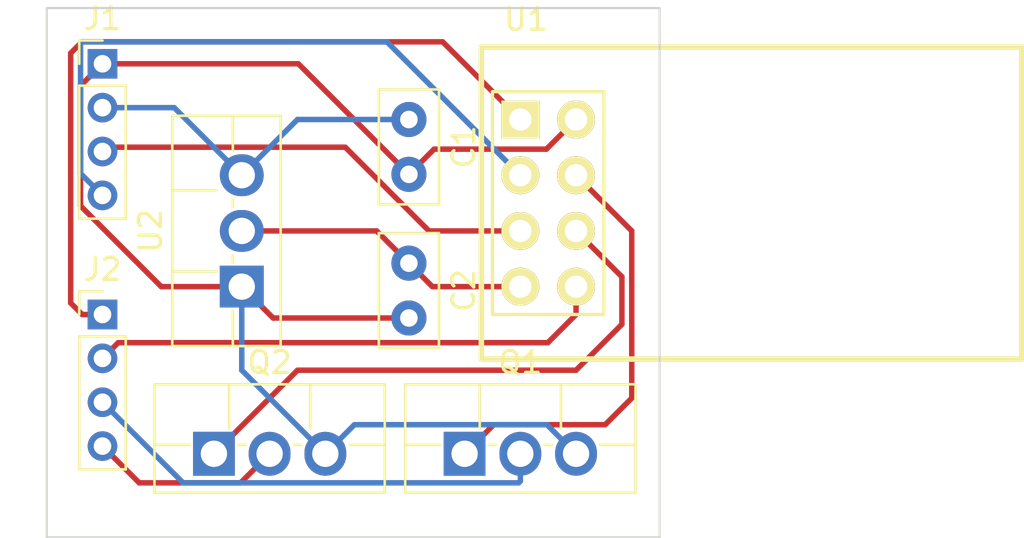
<source format=kicad_pcb>
(kicad_pcb (version 20171130) (host pcbnew 5.99.0+really5.1.10+dfsg1-1)

  (general
    (thickness 1.6)
    (drawings 4)
    (tracks 61)
    (zones 0)
    (modules 8)
    (nets 12)
  )

  (page A4)
  (layers
    (0 F.Cu signal)
    (31 B.Cu signal)
    (32 B.Adhes user)
    (33 F.Adhes user)
    (34 B.Paste user)
    (35 F.Paste user)
    (36 B.SilkS user)
    (37 F.SilkS user)
    (38 B.Mask user)
    (39 F.Mask user)
    (40 Dwgs.User user)
    (41 Cmts.User user)
    (42 Eco1.User user)
    (43 Eco2.User user)
    (44 Edge.Cuts user)
    (45 Margin user)
    (46 B.CrtYd user)
    (47 F.CrtYd user)
    (48 B.Fab user)
    (49 F.Fab user)
  )

  (setup
    (last_trace_width 0.25)
    (trace_clearance 0.2)
    (zone_clearance 0.508)
    (zone_45_only no)
    (trace_min 0.2)
    (via_size 0.8)
    (via_drill 0.4)
    (via_min_size 0.4)
    (via_min_drill 0.3)
    (uvia_size 0.3)
    (uvia_drill 0.1)
    (uvias_allowed no)
    (uvia_min_size 0.2)
    (uvia_min_drill 0.1)
    (edge_width 0.05)
    (segment_width 0.2)
    (pcb_text_width 0.3)
    (pcb_text_size 1.5 1.5)
    (mod_edge_width 0.12)
    (mod_text_size 1 1)
    (mod_text_width 0.15)
    (pad_size 1.524 1.524)
    (pad_drill 0.762)
    (pad_to_mask_clearance 0)
    (aux_axis_origin 0 0)
    (visible_elements FFFFFF7F)
    (pcbplotparams
      (layerselection 0x010fc_ffffffff)
      (usegerberextensions false)
      (usegerberattributes true)
      (usegerberadvancedattributes true)
      (creategerberjobfile true)
      (excludeedgelayer true)
      (linewidth 0.100000)
      (plotframeref false)
      (viasonmask false)
      (mode 1)
      (useauxorigin false)
      (hpglpennumber 1)
      (hpglpenspeed 20)
      (hpglpendiameter 15.000000)
      (psnegative false)
      (psa4output false)
      (plotreference true)
      (plotvalue true)
      (plotinvisibletext false)
      (padsonsilk false)
      (subtractmaskfromsilk false)
      (outputformat 1)
      (mirror false)
      (drillshape 1)
      (scaleselection 1)
      (outputdirectory ""))
  )

  (net 0 "")
  (net 1 /GND)
  (net 2 /VCC)
  (net 3 "Net-(C2-Pad1)")
  (net 4 "Net-(J1-Pad4)")
  (net 5 "Net-(J1-Pad3)")
  (net 6 "Net-(J2-Pad4)")
  (net 7 "Net-(J2-Pad3)")
  (net 8 "Net-(J2-Pad1)")
  (net 9 "Net-(J2-Pad2)")
  (net 10 "Net-(Q1-Pad1)")
  (net 11 "Net-(Q2-Pad1)")

  (net_class Default "This is the default net class."
    (clearance 0.2)
    (trace_width 0.25)
    (via_dia 0.8)
    (via_drill 0.4)
    (uvia_dia 0.3)
    (uvia_drill 0.1)
    (add_net /GND)
    (add_net /VCC)
    (add_net "Net-(C2-Pad1)")
    (add_net "Net-(J1-Pad3)")
    (add_net "Net-(J1-Pad4)")
    (add_net "Net-(J2-Pad1)")
    (add_net "Net-(J2-Pad2)")
    (add_net "Net-(J2-Pad3)")
    (add_net "Net-(J2-Pad4)")
    (add_net "Net-(Q1-Pad1)")
    (add_net "Net-(Q2-Pad1)")
  )

  (module Transistor:TO-220F-3_Vertical (layer F.Cu) (tedit 5AC8BA0D) (tstamp 61AD505F)
    (at 129.54 120.65 90)
    (descr "TO-220F-3, Vertical, RM 2.54mm, see http://www.st.com/resource/en/datasheet/stp20nm60.pdf")
    (tags "TO-220F-3 Vertical RM 2.54mm")
    (path /61AD5BAE)
    (fp_text reference U2 (at 2.54 -4.1675 90) (layer F.SilkS)
      (effects (font (size 1 1) (thickness 0.15)))
    )
    (fp_text value LD1117S33TR_SOT223 (at 2.54 2.9025 90) (layer F.Fab)
      (effects (font (size 1 1) (thickness 0.15)))
    )
    (fp_text user %R (at 2.54 -4.1675 90) (layer F.Fab)
      (effects (font (size 1 1) (thickness 0.15)))
    )
    (fp_line (start -2.59 -3.0475) (end -2.59 1.6525) (layer F.Fab) (width 0.1))
    (fp_line (start -2.59 1.6525) (end 7.67 1.6525) (layer F.Fab) (width 0.1))
    (fp_line (start 7.67 1.6525) (end 7.67 -3.0475) (layer F.Fab) (width 0.1))
    (fp_line (start 7.67 -3.0475) (end -2.59 -3.0475) (layer F.Fab) (width 0.1))
    (fp_line (start -2.59 -0.5275) (end 7.67 -0.5275) (layer F.Fab) (width 0.1))
    (fp_line (start 0.69 -3.0475) (end 0.69 -0.5275) (layer F.Fab) (width 0.1))
    (fp_line (start 4.39 -3.0475) (end 4.39 -0.5275) (layer F.Fab) (width 0.1))
    (fp_line (start -2.71 -3.168) (end 7.79 -3.168) (layer F.SilkS) (width 0.12))
    (fp_line (start -2.71 1.773) (end 7.79 1.773) (layer F.SilkS) (width 0.12))
    (fp_line (start -2.71 -3.168) (end -2.71 1.773) (layer F.SilkS) (width 0.12))
    (fp_line (start 7.79 -3.168) (end 7.79 1.773) (layer F.SilkS) (width 0.12))
    (fp_line (start -2.71 -0.408) (end -1.103 -0.408) (layer F.SilkS) (width 0.12))
    (fp_line (start 1.103 -0.408) (end 1.438 -0.408) (layer F.SilkS) (width 0.12))
    (fp_line (start 3.643 -0.408) (end 3.978 -0.408) (layer F.SilkS) (width 0.12))
    (fp_line (start 6.183 -0.408) (end 7.79 -0.408) (layer F.SilkS) (width 0.12))
    (fp_line (start 0.69 -3.168) (end 0.69 -1.15) (layer F.SilkS) (width 0.12))
    (fp_line (start 4.391 -3.168) (end 4.391 -1.15) (layer F.SilkS) (width 0.12))
    (fp_line (start -2.84 -3.3) (end -2.84 1.91) (layer F.CrtYd) (width 0.05))
    (fp_line (start -2.84 1.91) (end 7.92 1.91) (layer F.CrtYd) (width 0.05))
    (fp_line (start 7.92 1.91) (end 7.92 -3.3) (layer F.CrtYd) (width 0.05))
    (fp_line (start 7.92 -3.3) (end -2.84 -3.3) (layer F.CrtYd) (width 0.05))
    (pad 3 thru_hole oval (at 5.08 0 90) (size 1.905 2) (drill 1.2) (layers *.Cu *.Mask)
      (net 2 /VCC))
    (pad 2 thru_hole oval (at 2.54 0 90) (size 1.905 2) (drill 1.2) (layers *.Cu *.Mask)
      (net 3 "Net-(C2-Pad1)"))
    (pad 1 thru_hole rect (at 0 0 90) (size 1.905 2) (drill 1.2) (layers *.Cu *.Mask)
      (net 1 /GND))
    (model ${KISYS3DMOD}/Package_TO_SOT_THT.3dshapes/TO-220F-3_Vertical.wrl
      (at (xyz 0 0 0))
      (scale (xyz 1 1 1))
      (rotate (xyz 0 0 0))
    )
  )

  (module TasmotaGenericPCB:ESP-01 (layer F.Cu) (tedit 577EF889) (tstamp 61AD5042)
    (at 142.24 113.03)
    (descr "Module, ESP-8266, ESP-01, 8 pin")
    (tags "Module ESP-8266 ESP8266")
    (path /61AD687D)
    (fp_text reference U1 (at 0.254 -4.572) (layer F.SilkS)
      (effects (font (size 1 1) (thickness 0.15)))
    )
    (fp_text value ESP-01v090 (at 12.192 3.556) (layer F.Fab)
      (effects (font (size 1 1) (thickness 0.15)))
    )
    (fp_line (start -1.778 -3.302) (end 22.86 -3.302) (layer F.SilkS) (width 0.254))
    (fp_line (start 22.86 -3.302) (end 22.86 10.922) (layer F.SilkS) (width 0.254))
    (fp_line (start 22.86 10.922) (end -1.778 10.922) (layer F.SilkS) (width 0.254))
    (fp_line (start -1.778 10.922) (end -1.778 -3.302) (layer F.SilkS) (width 0.254))
    (fp_line (start -1.778 -3.302) (end 22.86 -3.302) (layer F.Fab) (width 0.05))
    (fp_line (start 22.86 -3.302) (end 22.86 10.922) (layer F.Fab) (width 0.05))
    (fp_line (start 22.86 10.922) (end -1.778 10.922) (layer F.Fab) (width 0.05))
    (fp_line (start -1.778 10.922) (end -1.778 -3.302) (layer F.Fab) (width 0.05))
    (fp_line (start 1.27 -1.27) (end -1.27 -1.27) (layer F.SilkS) (width 0.1524))
    (fp_line (start -1.27 -1.27) (end -1.27 1.27) (layer F.SilkS) (width 0.1524))
    (fp_line (start -1.75 -1.75) (end -1.75 9.4) (layer F.CrtYd) (width 0.05))
    (fp_line (start 4.3 -1.75) (end 4.3 9.4) (layer F.CrtYd) (width 0.05))
    (fp_line (start -1.75 -1.75) (end 4.3 -1.75) (layer F.CrtYd) (width 0.05))
    (fp_line (start -1.75 9.4) (end 4.3 9.4) (layer F.CrtYd) (width 0.05))
    (fp_line (start -1.27 1.27) (end -1.27 8.89) (layer F.SilkS) (width 0.1524))
    (fp_line (start -1.27 8.89) (end 3.81 8.89) (layer F.SilkS) (width 0.1524))
    (fp_line (start 3.81 8.89) (end 3.81 -1.27) (layer F.SilkS) (width 0.1524))
    (fp_line (start 3.81 -1.27) (end 1.27 -1.27) (layer F.SilkS) (width 0.1524))
    (pad 1 thru_hole rect (at 0 0) (size 1.7272 1.7272) (drill 1.016) (layers *.Cu *.Mask F.SilkS)
      (net 8 "Net-(J2-Pad1)"))
    (pad 2 thru_hole oval (at 2.54 0) (size 1.7272 1.7272) (drill 1.016) (layers *.Cu *.Mask F.SilkS)
      (net 1 /GND))
    (pad 3 thru_hole oval (at 0 2.54) (size 1.7272 1.7272) (drill 1.016) (layers *.Cu *.Mask F.SilkS)
      (net 4 "Net-(J1-Pad4)"))
    (pad 4 thru_hole oval (at 2.54 2.54) (size 1.7272 1.7272) (drill 1.016) (layers *.Cu *.Mask F.SilkS)
      (net 10 "Net-(Q1-Pad1)"))
    (pad 5 thru_hole oval (at 0 5.08) (size 1.7272 1.7272) (drill 1.016) (layers *.Cu *.Mask F.SilkS)
      (net 5 "Net-(J1-Pad3)"))
    (pad 6 thru_hole oval (at 2.54 5.08) (size 1.7272 1.7272) (drill 1.016) (layers *.Cu *.Mask F.SilkS)
      (net 11 "Net-(Q2-Pad1)"))
    (pad 7 thru_hole oval (at 0 7.62) (size 1.7272 1.7272) (drill 1.016) (layers *.Cu *.Mask F.SilkS)
      (net 3 "Net-(C2-Pad1)"))
    (pad 8 thru_hole oval (at 2.54 7.62) (size 1.7272 1.7272) (drill 1.016) (layers *.Cu *.Mask F.SilkS)
      (net 9 "Net-(J2-Pad2)"))
  )

  (module Transistor:TO-220F-3_Vertical (layer F.Cu) (tedit 5AC8BA0D) (tstamp 61AD5024)
    (at 128.27 128.27)
    (descr "TO-220F-3, Vertical, RM 2.54mm, see http://www.st.com/resource/en/datasheet/stp20nm60.pdf")
    (tags "TO-220F-3 Vertical RM 2.54mm")
    (path /61AE2107)
    (fp_text reference Q2 (at 2.54 -4.1675) (layer F.SilkS)
      (effects (font (size 1 1) (thickness 0.15)))
    )
    (fp_text value BUZ11 (at 2.54 2.9025) (layer F.Fab)
      (effects (font (size 1 1) (thickness 0.15)))
    )
    (fp_text user %R (at 2.54 -4.1675) (layer F.Fab)
      (effects (font (size 1 1) (thickness 0.15)))
    )
    (fp_line (start -2.59 -3.0475) (end -2.59 1.6525) (layer F.Fab) (width 0.1))
    (fp_line (start -2.59 1.6525) (end 7.67 1.6525) (layer F.Fab) (width 0.1))
    (fp_line (start 7.67 1.6525) (end 7.67 -3.0475) (layer F.Fab) (width 0.1))
    (fp_line (start 7.67 -3.0475) (end -2.59 -3.0475) (layer F.Fab) (width 0.1))
    (fp_line (start -2.59 -0.5275) (end 7.67 -0.5275) (layer F.Fab) (width 0.1))
    (fp_line (start 0.69 -3.0475) (end 0.69 -0.5275) (layer F.Fab) (width 0.1))
    (fp_line (start 4.39 -3.0475) (end 4.39 -0.5275) (layer F.Fab) (width 0.1))
    (fp_line (start -2.71 -3.168) (end 7.79 -3.168) (layer F.SilkS) (width 0.12))
    (fp_line (start -2.71 1.773) (end 7.79 1.773) (layer F.SilkS) (width 0.12))
    (fp_line (start -2.71 -3.168) (end -2.71 1.773) (layer F.SilkS) (width 0.12))
    (fp_line (start 7.79 -3.168) (end 7.79 1.773) (layer F.SilkS) (width 0.12))
    (fp_line (start -2.71 -0.408) (end -1.103 -0.408) (layer F.SilkS) (width 0.12))
    (fp_line (start 1.103 -0.408) (end 1.438 -0.408) (layer F.SilkS) (width 0.12))
    (fp_line (start 3.643 -0.408) (end 3.978 -0.408) (layer F.SilkS) (width 0.12))
    (fp_line (start 6.183 -0.408) (end 7.79 -0.408) (layer F.SilkS) (width 0.12))
    (fp_line (start 0.69 -3.168) (end 0.69 -1.15) (layer F.SilkS) (width 0.12))
    (fp_line (start 4.391 -3.168) (end 4.391 -1.15) (layer F.SilkS) (width 0.12))
    (fp_line (start -2.84 -3.3) (end -2.84 1.91) (layer F.CrtYd) (width 0.05))
    (fp_line (start -2.84 1.91) (end 7.92 1.91) (layer F.CrtYd) (width 0.05))
    (fp_line (start 7.92 1.91) (end 7.92 -3.3) (layer F.CrtYd) (width 0.05))
    (fp_line (start 7.92 -3.3) (end -2.84 -3.3) (layer F.CrtYd) (width 0.05))
    (pad 3 thru_hole oval (at 5.08 0) (size 1.905 2) (drill 1.2) (layers *.Cu *.Mask)
      (net 1 /GND))
    (pad 2 thru_hole oval (at 2.54 0) (size 1.905 2) (drill 1.2) (layers *.Cu *.Mask)
      (net 6 "Net-(J2-Pad4)"))
    (pad 1 thru_hole rect (at 0 0) (size 1.905 2) (drill 1.2) (layers *.Cu *.Mask)
      (net 11 "Net-(Q2-Pad1)"))
    (model ${KISYS3DMOD}/Package_TO_SOT_THT.3dshapes/TO-220F-3_Vertical.wrl
      (at (xyz 0 0 0))
      (scale (xyz 1 1 1))
      (rotate (xyz 0 0 0))
    )
  )

  (module Transistor:TO-220F-3_Vertical (layer F.Cu) (tedit 5AC8BA0D) (tstamp 61AD5007)
    (at 139.7 128.27)
    (descr "TO-220F-3, Vertical, RM 2.54mm, see http://www.st.com/resource/en/datasheet/stp20nm60.pdf")
    (tags "TO-220F-3 Vertical RM 2.54mm")
    (path /61AE0A6E)
    (fp_text reference Q1 (at 2.54 -4.1675) (layer F.SilkS)
      (effects (font (size 1 1) (thickness 0.15)))
    )
    (fp_text value BUZ11 (at 2.54 2.9025) (layer F.Fab)
      (effects (font (size 1 1) (thickness 0.15)))
    )
    (fp_text user %R (at 2.54 -4.1675) (layer F.Fab)
      (effects (font (size 1 1) (thickness 0.15)))
    )
    (fp_line (start -2.59 -3.0475) (end -2.59 1.6525) (layer F.Fab) (width 0.1))
    (fp_line (start -2.59 1.6525) (end 7.67 1.6525) (layer F.Fab) (width 0.1))
    (fp_line (start 7.67 1.6525) (end 7.67 -3.0475) (layer F.Fab) (width 0.1))
    (fp_line (start 7.67 -3.0475) (end -2.59 -3.0475) (layer F.Fab) (width 0.1))
    (fp_line (start -2.59 -0.5275) (end 7.67 -0.5275) (layer F.Fab) (width 0.1))
    (fp_line (start 0.69 -3.0475) (end 0.69 -0.5275) (layer F.Fab) (width 0.1))
    (fp_line (start 4.39 -3.0475) (end 4.39 -0.5275) (layer F.Fab) (width 0.1))
    (fp_line (start -2.71 -3.168) (end 7.79 -3.168) (layer F.SilkS) (width 0.12))
    (fp_line (start -2.71 1.773) (end 7.79 1.773) (layer F.SilkS) (width 0.12))
    (fp_line (start -2.71 -3.168) (end -2.71 1.773) (layer F.SilkS) (width 0.12))
    (fp_line (start 7.79 -3.168) (end 7.79 1.773) (layer F.SilkS) (width 0.12))
    (fp_line (start -2.71 -0.408) (end -1.103 -0.408) (layer F.SilkS) (width 0.12))
    (fp_line (start 1.103 -0.408) (end 1.438 -0.408) (layer F.SilkS) (width 0.12))
    (fp_line (start 3.643 -0.408) (end 3.978 -0.408) (layer F.SilkS) (width 0.12))
    (fp_line (start 6.183 -0.408) (end 7.79 -0.408) (layer F.SilkS) (width 0.12))
    (fp_line (start 0.69 -3.168) (end 0.69 -1.15) (layer F.SilkS) (width 0.12))
    (fp_line (start 4.391 -3.168) (end 4.391 -1.15) (layer F.SilkS) (width 0.12))
    (fp_line (start -2.84 -3.3) (end -2.84 1.91) (layer F.CrtYd) (width 0.05))
    (fp_line (start -2.84 1.91) (end 7.92 1.91) (layer F.CrtYd) (width 0.05))
    (fp_line (start 7.92 1.91) (end 7.92 -3.3) (layer F.CrtYd) (width 0.05))
    (fp_line (start 7.92 -3.3) (end -2.84 -3.3) (layer F.CrtYd) (width 0.05))
    (pad 3 thru_hole oval (at 5.08 0) (size 1.905 2) (drill 1.2) (layers *.Cu *.Mask)
      (net 1 /GND))
    (pad 2 thru_hole oval (at 2.54 0) (size 1.905 2) (drill 1.2) (layers *.Cu *.Mask)
      (net 7 "Net-(J2-Pad3)"))
    (pad 1 thru_hole rect (at 0 0) (size 1.905 2) (drill 1.2) (layers *.Cu *.Mask)
      (net 10 "Net-(Q1-Pad1)"))
    (model ${KISYS3DMOD}/Package_TO_SOT_THT.3dshapes/TO-220F-3_Vertical.wrl
      (at (xyz 0 0 0))
      (scale (xyz 1 1 1))
      (rotate (xyz 0 0 0))
    )
  )

  (module Connectors:PinHeader_1x04_P2.00mm_Vertical (layer F.Cu) (tedit 59FED667) (tstamp 61AD4FEA)
    (at 123.19 121.92)
    (descr "Through hole straight pin header, 1x04, 2.00mm pitch, single row")
    (tags "Through hole pin header THT 1x04 2.00mm single row")
    (path /61AEC2F0)
    (fp_text reference J2 (at 0 -2.06) (layer F.SilkS)
      (effects (font (size 1 1) (thickness 0.15)))
    )
    (fp_text value Conn_01x04 (at 0 8.06) (layer F.Fab)
      (effects (font (size 1 1) (thickness 0.15)))
    )
    (fp_text user %R (at 0 3 90) (layer F.Fab)
      (effects (font (size 1 1) (thickness 0.15)))
    )
    (fp_line (start -0.5 -1) (end 1 -1) (layer F.Fab) (width 0.1))
    (fp_line (start 1 -1) (end 1 7) (layer F.Fab) (width 0.1))
    (fp_line (start 1 7) (end -1 7) (layer F.Fab) (width 0.1))
    (fp_line (start -1 7) (end -1 -0.5) (layer F.Fab) (width 0.1))
    (fp_line (start -1 -0.5) (end -0.5 -1) (layer F.Fab) (width 0.1))
    (fp_line (start -1.06 7.06) (end 1.06 7.06) (layer F.SilkS) (width 0.12))
    (fp_line (start -1.06 1) (end -1.06 7.06) (layer F.SilkS) (width 0.12))
    (fp_line (start 1.06 1) (end 1.06 7.06) (layer F.SilkS) (width 0.12))
    (fp_line (start -1.06 1) (end 1.06 1) (layer F.SilkS) (width 0.12))
    (fp_line (start -1.06 0) (end -1.06 -1.06) (layer F.SilkS) (width 0.12))
    (fp_line (start -1.06 -1.06) (end 0 -1.06) (layer F.SilkS) (width 0.12))
    (fp_line (start -1.5 -1.5) (end -1.5 7.5) (layer F.CrtYd) (width 0.05))
    (fp_line (start -1.5 7.5) (end 1.5 7.5) (layer F.CrtYd) (width 0.05))
    (fp_line (start 1.5 7.5) (end 1.5 -1.5) (layer F.CrtYd) (width 0.05))
    (fp_line (start 1.5 -1.5) (end -1.5 -1.5) (layer F.CrtYd) (width 0.05))
    (pad 4 thru_hole oval (at 0 6) (size 1.35 1.35) (drill 0.8) (layers *.Cu *.Mask)
      (net 6 "Net-(J2-Pad4)"))
    (pad 3 thru_hole oval (at 0 4) (size 1.35 1.35) (drill 0.8) (layers *.Cu *.Mask)
      (net 7 "Net-(J2-Pad3)"))
    (pad 2 thru_hole oval (at 0 2) (size 1.35 1.35) (drill 0.8) (layers *.Cu *.Mask)
      (net 9 "Net-(J2-Pad2)"))
    (pad 1 thru_hole rect (at 0 0) (size 1.35 1.35) (drill 0.8) (layers *.Cu *.Mask)
      (net 8 "Net-(J2-Pad1)"))
    (model ${KISYS3DMOD}/Connector_PinHeader_2.00mm.3dshapes/PinHeader_1x04_P2.00mm_Vertical.wrl
      (at (xyz 0 0 0))
      (scale (xyz 1 1 1))
      (rotate (xyz 0 0 0))
    )
  )

  (module Connectors:PinHeader_1x04_P2.00mm_Vertical (layer F.Cu) (tedit 59FED667) (tstamp 61AD4FD2)
    (at 123.19 110.49)
    (descr "Through hole straight pin header, 1x04, 2.00mm pitch, single row")
    (tags "Through hole pin header THT 1x04 2.00mm single row")
    (path /61AEF3D9)
    (fp_text reference J1 (at 0 -2.06) (layer F.SilkS)
      (effects (font (size 1 1) (thickness 0.15)))
    )
    (fp_text value Conn_01x04 (at 0 8.06) (layer F.Fab)
      (effects (font (size 1 1) (thickness 0.15)))
    )
    (fp_text user %R (at 0 3 90) (layer F.Fab)
      (effects (font (size 1 1) (thickness 0.15)))
    )
    (fp_line (start -0.5 -1) (end 1 -1) (layer F.Fab) (width 0.1))
    (fp_line (start 1 -1) (end 1 7) (layer F.Fab) (width 0.1))
    (fp_line (start 1 7) (end -1 7) (layer F.Fab) (width 0.1))
    (fp_line (start -1 7) (end -1 -0.5) (layer F.Fab) (width 0.1))
    (fp_line (start -1 -0.5) (end -0.5 -1) (layer F.Fab) (width 0.1))
    (fp_line (start -1.06 7.06) (end 1.06 7.06) (layer F.SilkS) (width 0.12))
    (fp_line (start -1.06 1) (end -1.06 7.06) (layer F.SilkS) (width 0.12))
    (fp_line (start 1.06 1) (end 1.06 7.06) (layer F.SilkS) (width 0.12))
    (fp_line (start -1.06 1) (end 1.06 1) (layer F.SilkS) (width 0.12))
    (fp_line (start -1.06 0) (end -1.06 -1.06) (layer F.SilkS) (width 0.12))
    (fp_line (start -1.06 -1.06) (end 0 -1.06) (layer F.SilkS) (width 0.12))
    (fp_line (start -1.5 -1.5) (end -1.5 7.5) (layer F.CrtYd) (width 0.05))
    (fp_line (start -1.5 7.5) (end 1.5 7.5) (layer F.CrtYd) (width 0.05))
    (fp_line (start 1.5 7.5) (end 1.5 -1.5) (layer F.CrtYd) (width 0.05))
    (fp_line (start 1.5 -1.5) (end -1.5 -1.5) (layer F.CrtYd) (width 0.05))
    (pad 4 thru_hole oval (at 0 6) (size 1.35 1.35) (drill 0.8) (layers *.Cu *.Mask)
      (net 4 "Net-(J1-Pad4)"))
    (pad 3 thru_hole oval (at 0 4) (size 1.35 1.35) (drill 0.8) (layers *.Cu *.Mask)
      (net 5 "Net-(J1-Pad3)"))
    (pad 2 thru_hole oval (at 0 2) (size 1.35 1.35) (drill 0.8) (layers *.Cu *.Mask)
      (net 2 /VCC))
    (pad 1 thru_hole rect (at 0 0) (size 1.35 1.35) (drill 0.8) (layers *.Cu *.Mask)
      (net 1 /GND))
    (model ${KISYS3DMOD}/Connector_PinHeader_2.00mm.3dshapes/PinHeader_1x04_P2.00mm_Vertical.wrl
      (at (xyz 0 0 0))
      (scale (xyz 1 1 1))
      (rotate (xyz 0 0 0))
    )
  )

  (module Capacitors:C_Disc_D5.0mm_W2.5mm_P2.50mm (layer F.Cu) (tedit 5AE50EF0) (tstamp 61AD4FBA)
    (at 137.16 119.58 270)
    (descr "C, Disc series, Radial, pin pitch=2.50mm, , diameter*width=5*2.5mm^2, Capacitor, http://cdn-reichelt.de/documents/datenblatt/B300/DS_KERKO_TC.pdf")
    (tags "C Disc series Radial pin pitch 2.50mm  diameter 5mm width 2.5mm Capacitor")
    (path /61AD72D0)
    (fp_text reference C2 (at 1.25 -2.5 90) (layer F.SilkS)
      (effects (font (size 1 1) (thickness 0.15)))
    )
    (fp_text value 10uF (at 1.25 2.5 90) (layer F.Fab)
      (effects (font (size 1 1) (thickness 0.15)))
    )
    (fp_text user %R (at 1.25 0 90) (layer F.Fab)
      (effects (font (size 1 1) (thickness 0.15)))
    )
    (fp_line (start -1.25 -1.25) (end -1.25 1.25) (layer F.Fab) (width 0.1))
    (fp_line (start -1.25 1.25) (end 3.75 1.25) (layer F.Fab) (width 0.1))
    (fp_line (start 3.75 1.25) (end 3.75 -1.25) (layer F.Fab) (width 0.1))
    (fp_line (start 3.75 -1.25) (end -1.25 -1.25) (layer F.Fab) (width 0.1))
    (fp_line (start -1.37 -1.37) (end 3.87 -1.37) (layer F.SilkS) (width 0.12))
    (fp_line (start -1.37 1.37) (end 3.87 1.37) (layer F.SilkS) (width 0.12))
    (fp_line (start -1.37 -1.37) (end -1.37 1.37) (layer F.SilkS) (width 0.12))
    (fp_line (start 3.87 -1.37) (end 3.87 1.37) (layer F.SilkS) (width 0.12))
    (fp_line (start -1.5 -1.5) (end -1.5 1.5) (layer F.CrtYd) (width 0.05))
    (fp_line (start -1.5 1.5) (end 4 1.5) (layer F.CrtYd) (width 0.05))
    (fp_line (start 4 1.5) (end 4 -1.5) (layer F.CrtYd) (width 0.05))
    (fp_line (start 4 -1.5) (end -1.5 -1.5) (layer F.CrtYd) (width 0.05))
    (pad 2 thru_hole circle (at 2.5 0 270) (size 1.6 1.6) (drill 0.8) (layers *.Cu *.Mask)
      (net 1 /GND))
    (pad 1 thru_hole circle (at 0 0 270) (size 1.6 1.6) (drill 0.8) (layers *.Cu *.Mask)
      (net 3 "Net-(C2-Pad1)"))
    (model ${KISYS3DMOD}/Capacitor_THT.3dshapes/C_Disc_D5.0mm_W2.5mm_P2.50mm.wrl
      (at (xyz 0 0 0))
      (scale (xyz 1 1 1))
      (rotate (xyz 0 0 0))
    )
  )

  (module Capacitors:C_Disc_D5.0mm_W2.5mm_P2.50mm (layer F.Cu) (tedit 5AE50EF0) (tstamp 61AD4FA7)
    (at 137.16 113.03 270)
    (descr "C, Disc series, Radial, pin pitch=2.50mm, , diameter*width=5*2.5mm^2, Capacitor, http://cdn-reichelt.de/documents/datenblatt/B300/DS_KERKO_TC.pdf")
    (tags "C Disc series Radial pin pitch 2.50mm  diameter 5mm width 2.5mm Capacitor")
    (path /61AD7BA6)
    (fp_text reference C1 (at 1.25 -2.5 90) (layer F.SilkS)
      (effects (font (size 1 1) (thickness 0.15)))
    )
    (fp_text value 100nF (at 1.25 2.5 90) (layer F.Fab)
      (effects (font (size 1 1) (thickness 0.15)))
    )
    (fp_text user %R (at 1.25 0 90) (layer F.Fab)
      (effects (font (size 1 1) (thickness 0.15)))
    )
    (fp_line (start -1.25 -1.25) (end -1.25 1.25) (layer F.Fab) (width 0.1))
    (fp_line (start -1.25 1.25) (end 3.75 1.25) (layer F.Fab) (width 0.1))
    (fp_line (start 3.75 1.25) (end 3.75 -1.25) (layer F.Fab) (width 0.1))
    (fp_line (start 3.75 -1.25) (end -1.25 -1.25) (layer F.Fab) (width 0.1))
    (fp_line (start -1.37 -1.37) (end 3.87 -1.37) (layer F.SilkS) (width 0.12))
    (fp_line (start -1.37 1.37) (end 3.87 1.37) (layer F.SilkS) (width 0.12))
    (fp_line (start -1.37 -1.37) (end -1.37 1.37) (layer F.SilkS) (width 0.12))
    (fp_line (start 3.87 -1.37) (end 3.87 1.37) (layer F.SilkS) (width 0.12))
    (fp_line (start -1.5 -1.5) (end -1.5 1.5) (layer F.CrtYd) (width 0.05))
    (fp_line (start -1.5 1.5) (end 4 1.5) (layer F.CrtYd) (width 0.05))
    (fp_line (start 4 1.5) (end 4 -1.5) (layer F.CrtYd) (width 0.05))
    (fp_line (start 4 -1.5) (end -1.5 -1.5) (layer F.CrtYd) (width 0.05))
    (pad 2 thru_hole circle (at 2.5 0 270) (size 1.6 1.6) (drill 0.8) (layers *.Cu *.Mask)
      (net 1 /GND))
    (pad 1 thru_hole circle (at 0 0 270) (size 1.6 1.6) (drill 0.8) (layers *.Cu *.Mask)
      (net 2 /VCC))
    (model ${KISYS3DMOD}/Capacitor_THT.3dshapes/C_Disc_D5.0mm_W2.5mm_P2.50mm.wrl
      (at (xyz 0 0 0))
      (scale (xyz 1 1 1))
      (rotate (xyz 0 0 0))
    )
  )

  (gr_line (start 148.59 107.95) (end 148.59 132.08) (layer Edge.Cuts) (width 0.1))
  (gr_line (start 120.65 107.95) (end 148.59 107.95) (layer Edge.Cuts) (width 0.1))
  (gr_line (start 120.65 132.08) (end 120.65 107.95) (layer Edge.Cuts) (width 0.1))
  (gr_line (start 148.59 132.08) (end 120.65 132.08) (layer Edge.Cuts) (width 0.1))

  (segment (start 130.97 122.08) (end 129.54 120.65) (width 0.25) (layer F.Cu) (net 1))
  (segment (start 137.16 122.08) (end 130.97 122.08) (width 0.25) (layer F.Cu) (net 1))
  (segment (start 122.189999 111.490001) (end 123.19 110.49) (width 0.25) (layer F.Cu) (net 1))
  (segment (start 122.189999 116.970001) (end 122.189999 111.490001) (width 0.25) (layer F.Cu) (net 1))
  (segment (start 125.869998 120.65) (end 122.189999 116.970001) (width 0.25) (layer F.Cu) (net 1))
  (segment (start 129.54 120.65) (end 125.869998 120.65) (width 0.25) (layer F.Cu) (net 1))
  (segment (start 132.12 110.49) (end 137.16 115.53) (width 0.25) (layer F.Cu) (net 1))
  (segment (start 123.19 110.49) (end 132.12 110.49) (width 0.25) (layer F.Cu) (net 1))
  (segment (start 143.428601 114.381399) (end 144.78 113.03) (width 0.25) (layer F.Cu) (net 1))
  (segment (start 138.308601 114.381399) (end 143.428601 114.381399) (width 0.25) (layer F.Cu) (net 1))
  (segment (start 137.16 115.53) (end 138.308601 114.381399) (width 0.25) (layer F.Cu) (net 1))
  (segment (start 129.54 124.46) (end 133.35 128.27) (width 0.25) (layer B.Cu) (net 1))
  (segment (start 129.54 120.65) (end 129.54 124.46) (width 0.25) (layer B.Cu) (net 1))
  (segment (start 134.67501 126.94499) (end 133.35 128.27) (width 0.25) (layer B.Cu) (net 1))
  (segment (start 143.45499 126.94499) (end 134.67501 126.94499) (width 0.25) (layer B.Cu) (net 1))
  (segment (start 144.78 128.27) (end 143.45499 126.94499) (width 0.25) (layer B.Cu) (net 1))
  (segment (start 126.46 112.49) (end 129.54 115.57) (width 0.25) (layer B.Cu) (net 2))
  (segment (start 123.19 112.49) (end 126.46 112.49) (width 0.25) (layer B.Cu) (net 2))
  (segment (start 129.54 115.57) (end 132.08 113.03) (width 0.25) (layer B.Cu) (net 2))
  (segment (start 132.08 113.03) (end 137.16 113.03) (width 0.25) (layer B.Cu) (net 2))
  (segment (start 138.23 120.65) (end 137.16 119.58) (width 0.25) (layer F.Cu) (net 3))
  (segment (start 142.24 120.65) (end 138.23 120.65) (width 0.25) (layer F.Cu) (net 3))
  (segment (start 137.16 119.58) (end 135.69 118.11) (width 0.25) (layer F.Cu) (net 3))
  (segment (start 135.69 118.11) (end 129.54 118.11) (width 0.25) (layer F.Cu) (net 3))
  (segment (start 136.159999 109.489999) (end 142.24 115.57) (width 0.25) (layer B.Cu) (net 4))
  (segment (start 122.254999 109.489999) (end 136.159999 109.489999) (width 0.25) (layer B.Cu) (net 4))
  (segment (start 122.189999 109.554999) (end 122.254999 109.489999) (width 0.25) (layer B.Cu) (net 4))
  (segment (start 122.189999 115.489999) (end 122.189999 109.554999) (width 0.25) (layer B.Cu) (net 4))
  (segment (start 123.19 116.49) (end 122.189999 115.489999) (width 0.25) (layer B.Cu) (net 4))
  (segment (start 123.38751 114.29249) (end 123.19 114.49) (width 0.25) (layer F.Cu) (net 5))
  (segment (start 138.074998 118.11) (end 134.257488 114.29249) (width 0.25) (layer F.Cu) (net 5))
  (segment (start 134.257488 114.29249) (end 123.38751 114.29249) (width 0.25) (layer F.Cu) (net 5))
  (segment (start 142.24 118.11) (end 138.074998 118.11) (width 0.25) (layer F.Cu) (net 5))
  (segment (start 124.865001 129.595001) (end 123.19 127.92) (width 0.25) (layer F.Cu) (net 6))
  (segment (start 129.484999 129.595001) (end 124.865001 129.595001) (width 0.25) (layer F.Cu) (net 6))
  (segment (start 130.81 128.27) (end 129.484999 129.595001) (width 0.25) (layer F.Cu) (net 6))
  (segment (start 126.865001 129.595001) (end 123.19 125.92) (width 0.25) (layer B.Cu) (net 7))
  (segment (start 142.164999 129.595001) (end 126.865001 129.595001) (width 0.25) (layer B.Cu) (net 7))
  (segment (start 142.24 129.52) (end 142.164999 129.595001) (width 0.25) (layer B.Cu) (net 7))
  (segment (start 142.24 128.27) (end 142.24 129.52) (width 0.25) (layer B.Cu) (net 7))
  (segment (start 138.699999 109.489999) (end 142.24 113.03) (width 0.25) (layer F.Cu) (net 8))
  (segment (start 121.739989 110.005009) (end 122.254999 109.489999) (width 0.25) (layer F.Cu) (net 8))
  (segment (start 121.739989 121.394989) (end 121.739989 110.005009) (width 0.25) (layer F.Cu) (net 8))
  (segment (start 122.254999 109.489999) (end 138.699999 109.489999) (width 0.25) (layer F.Cu) (net 8))
  (segment (start 122.265 121.92) (end 121.739989 121.394989) (width 0.25) (layer F.Cu) (net 8))
  (segment (start 123.19 121.92) (end 122.265 121.92) (width 0.25) (layer F.Cu) (net 8))
  (segment (start 144.78 120.65) (end 144.78 121.92) (width 0.25) (layer F.Cu) (net 9))
  (segment (start 123.904999 123.205001) (end 123.19 123.92) (width 0.25) (layer F.Cu) (net 9))
  (segment (start 143.494999 123.205001) (end 123.904999 123.205001) (width 0.25) (layer F.Cu) (net 9))
  (segment (start 144.78 121.92) (end 143.494999 123.205001) (width 0.25) (layer F.Cu) (net 9))
  (segment (start 145.968601 116.758601) (end 144.78 115.57) (width 0.25) (layer F.Cu) (net 10))
  (segment (start 141.02501 126.94499) (end 146.10501 126.94499) (width 0.25) (layer F.Cu) (net 10))
  (segment (start 139.7 128.27) (end 141.02501 126.94499) (width 0.25) (layer F.Cu) (net 10))
  (segment (start 146.10501 126.94499) (end 147.32 125.73) (width 0.25) (layer F.Cu) (net 10))
  (segment (start 147.32 125.73) (end 147.32 118.11) (width 0.25) (layer F.Cu) (net 10))
  (segment (start 147.32 118.11) (end 146.05 116.84) (width 0.25) (layer F.Cu) (net 10))
  (segment (start 146.86999 120.19999) (end 144.78 118.11) (width 0.25) (layer F.Cu) (net 11))
  (segment (start 146.86999 122.37001) (end 146.86999 120.19999) (width 0.25) (layer F.Cu) (net 11))
  (segment (start 144.78 124.46) (end 146.86999 122.37001) (width 0.25) (layer F.Cu) (net 11))
  (segment (start 132.08 124.46) (end 144.78 124.46) (width 0.25) (layer F.Cu) (net 11))
  (segment (start 128.27 128.27) (end 132.08 124.46) (width 0.25) (layer F.Cu) (net 11))

)

</source>
